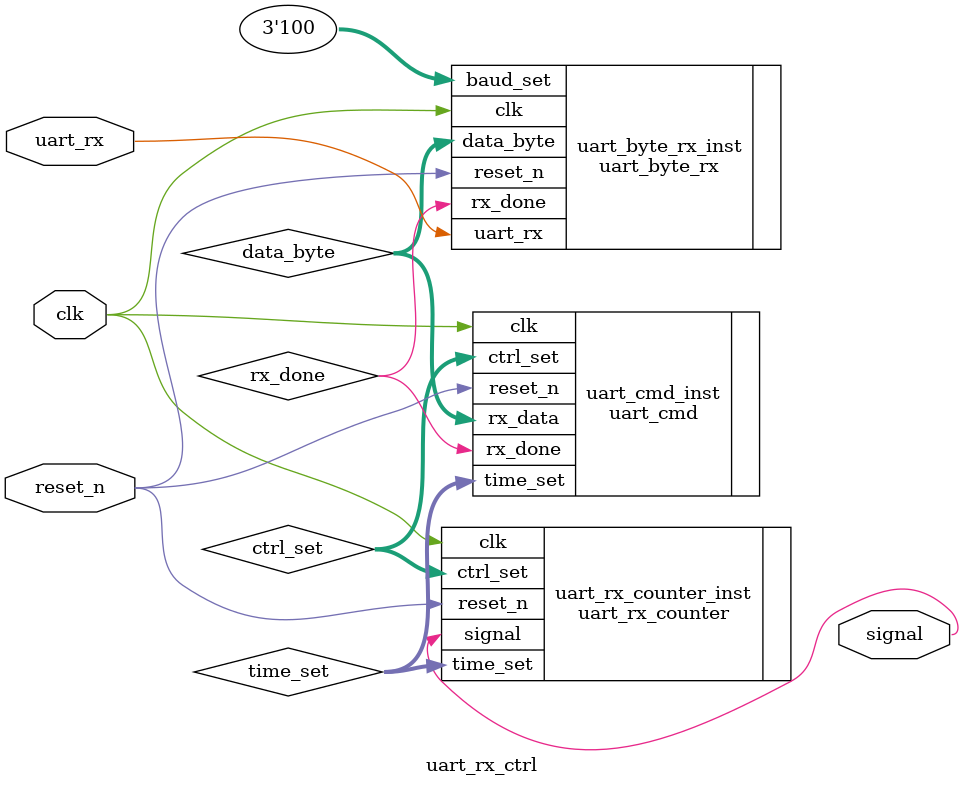
<source format=v>
/****************************************

  Filename            : uart_rx_ctrl.v
  Description         : Send Ctrl Signal By Uart.
  Author              : wz
  Date                : 22-09-2024
  Version             : v1
  Version Description : First time edit.

****************************************/

module uart_rx_ctrl (
    input wire clk,      // 系统时钟信号
    input wire reset_n,  // 系统复位信号
    input wire uart_rx,  // 接收的串口数据

    output wire signal    // 输出信号
);
    parameter baud_set = 3'd4;
    wire [7: 0] data_byte;
    wire [7: 0] ctrl_set;
    wire [31: 0] time_set;
    wire rx_done;

    uart_byte_rx  uart_byte_rx_inst (
        .clk(clk),
        .reset_n(reset_n),
        .baud_set(baud_set),
        .uart_rx(uart_rx),
        .data_byte(data_byte),
        .rx_done(rx_done)
    );

    uart_cmd  uart_cmd_inst (
        .clk(clk),
        .reset_n(reset_n),
        .rx_done(rx_done),
        .rx_data(data_byte),
        .ctrl_set(ctrl_set),
        .time_set(time_set)
    );

    uart_rx_counter  uart_rx_counter_inst (
        .clk(clk),
        .reset_n(reset_n),
        .ctrl_set(ctrl_set),
        .time_set(time_set),
        .signal(signal)
    );

endmodule //uart_rx_ctrl

</source>
